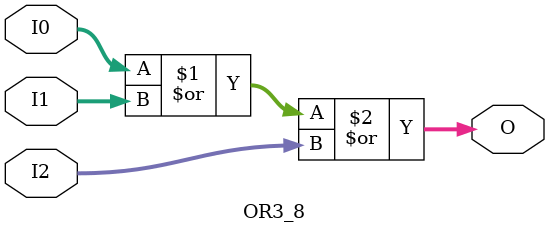
<source format=v>
`timescale 1ns / 1ps
module OR3_8(
    input [15:0] I0,
    input [15:0] I1,
    input [15:0] I2,
    output [15:0] O
    );
	 
	 assign O = I0 | I1 | I2;


endmodule

</source>
